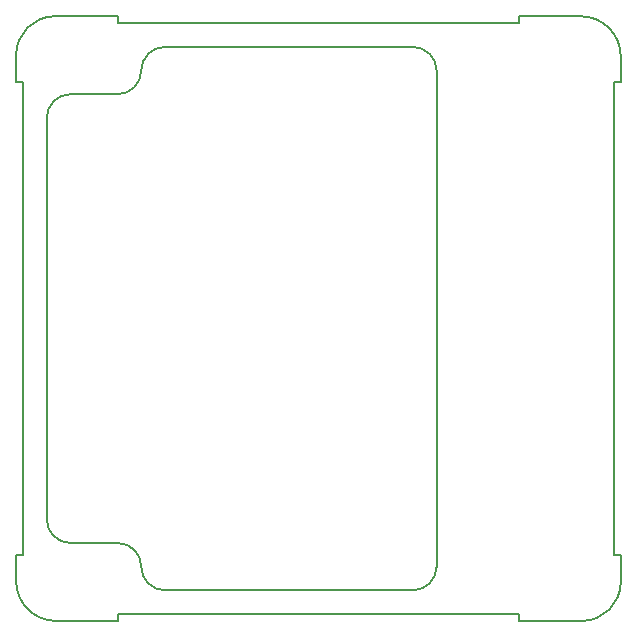
<source format=gbr>
G04 #@! TF.GenerationSoftware,KiCad,Pcbnew,5.1.2-f72e74a~84~ubuntu18.04.1*
G04 #@! TF.CreationDate,2019-06-23T16:21:06+09:00*
G04 #@! TF.ProjectId,top_pcb,746f705f-7063-4622-9e6b-696361645f70,rev?*
G04 #@! TF.SameCoordinates,Original*
G04 #@! TF.FileFunction,Profile,NP*
%FSLAX46Y46*%
G04 Gerber Fmt 4.6, Leading zero omitted, Abs format (unit mm)*
G04 Created by KiCad (PCBNEW 5.1.2-f72e74a~84~ubuntu18.04.1) date 2019-06-23 16:21:06*
%MOMM*%
%LPD*%
G04 APERTURE LIST*
%ADD10C,0.150000*%
%ADD11C,0.200000*%
G04 APERTURE END LIST*
D10*
X108000000Y-50000000D02*
X142000000Y-50000000D01*
X112000000Y-98000000D02*
G75*
G02X110000000Y-96000000I0J2000000D01*
G01*
X104000000Y-94000000D02*
G75*
G02X102000000Y-92000000I0J2000000D01*
G01*
X102000000Y-58000000D02*
G75*
G02X104000000Y-56000000I2000000J0D01*
G01*
X110000000Y-54000000D02*
G75*
G02X112000000Y-52000000I2000000J0D01*
G01*
X110000000Y-54000000D02*
G75*
G02X108000000Y-56000000I-2000000J0D01*
G01*
X108000000Y-94000000D02*
G75*
G02X110000000Y-96000000I0J-2000000D01*
G01*
X135000000Y-96000000D02*
G75*
G02X133000000Y-98000000I-2000000J0D01*
G01*
X133000000Y-52000000D02*
G75*
G02X135000000Y-54000000I0J-2000000D01*
G01*
X135000000Y-96000000D02*
X135000000Y-54000000D01*
X112000000Y-98000000D02*
X133000000Y-98000000D01*
X104000000Y-94000000D02*
X108000000Y-94000000D01*
X102000000Y-58000000D02*
X102000000Y-92000000D01*
X108000000Y-56000000D02*
X104000000Y-56000000D01*
X133000000Y-52000000D02*
X112000000Y-52000000D01*
D11*
X150000000Y-55000000D02*
X150000000Y-95000000D01*
D10*
X100000000Y-95000000D02*
X100000000Y-55000000D01*
X142000000Y-100000000D02*
X108000000Y-100000000D01*
X99400000Y-95000000D02*
X100000000Y-95000000D01*
X99400000Y-97200000D02*
X99400000Y-95000000D01*
X102800000Y-100600000D02*
G75*
G02X99400000Y-97200000I0J3400000D01*
G01*
X108000000Y-100600000D02*
X102800000Y-100600000D01*
X108000000Y-100000000D02*
X108000000Y-100600000D01*
X150600000Y-55000000D02*
X150000000Y-55000000D01*
X150600000Y-52800000D02*
X150600000Y-55000000D01*
X147200000Y-49400000D02*
G75*
G02X150600000Y-52800000I0J-3400000D01*
G01*
X142000000Y-49400000D02*
X147200000Y-49400000D01*
X142000000Y-50000000D02*
X142000000Y-49400000D01*
X99400000Y-55000000D02*
X100000000Y-55000000D01*
X99400000Y-52700000D02*
X99400000Y-55000000D01*
X102700000Y-49400000D02*
G75*
G03X99400000Y-52700000I0J-3300000D01*
G01*
X108000000Y-49400000D02*
X102700000Y-49400000D01*
X108000000Y-50000000D02*
X108000000Y-49400000D01*
X150600000Y-95000000D02*
X150000000Y-95000000D01*
X150600000Y-97300000D02*
X150600000Y-95000000D01*
X147300000Y-100600000D02*
G75*
G03X150600000Y-97300000I0J3300000D01*
G01*
X142000000Y-100600000D02*
X147300000Y-100600000D01*
X142000000Y-100000000D02*
X142000000Y-100600000D01*
M02*

</source>
